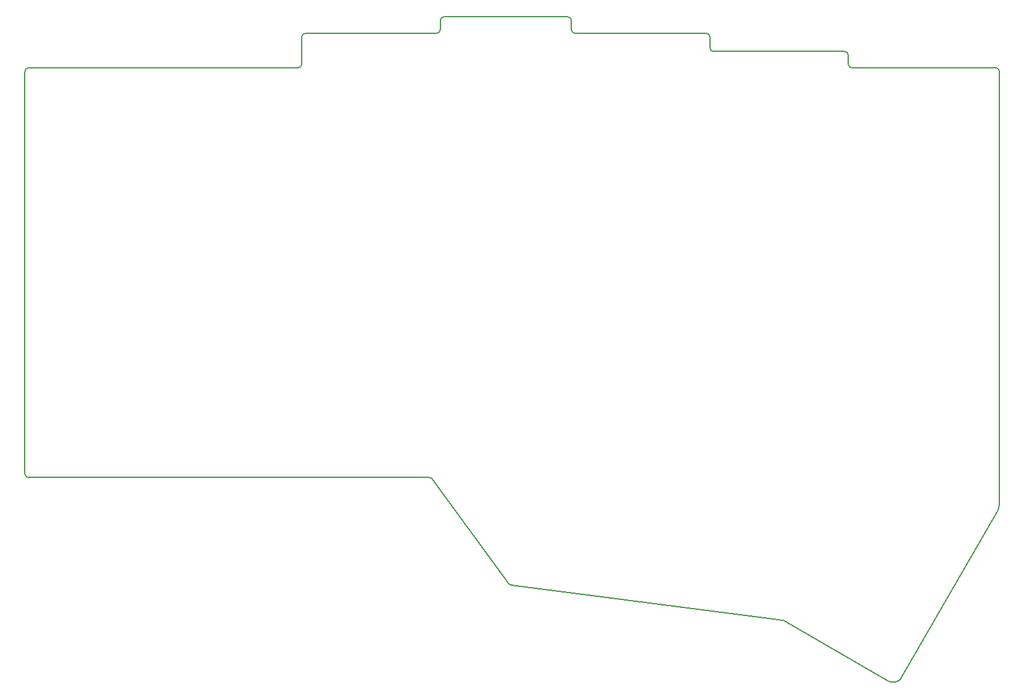
<source format=gbr>
G04 #@! TF.GenerationSoftware,KiCad,Pcbnew,5.1.5+dfsg1-2~bpo10+1*
G04 #@! TF.CreationDate,2020-09-05T13:32:20+00:00*
G04 #@! TF.ProjectId,corne-bottom-plate,636f726e-652d-4626-9f74-746f6d2d706c,2.1*
G04 #@! TF.SameCoordinates,Original*
G04 #@! TF.FileFunction,Profile,NP*
%FSLAX46Y46*%
G04 Gerber Fmt 4.6, Leading zero omitted, Abs format (unit mm)*
G04 Created by KiCad (PCBNEW 5.1.5+dfsg1-2~bpo10+1) date 2020-09-05 13:32:20*
%MOMM*%
%LPD*%
G04 APERTURE LIST*
%ADD10C,0.150000*%
G04 APERTURE END LIST*
D10*
X194750001Y-127975000D02*
G75*
G02X194522764Y-128847696I-1702236J-22697D01*
G01*
X181297263Y-151781464D02*
G75*
G02X179369251Y-152160956I-1153013J770507D01*
G01*
X164420556Y-143770344D02*
G75*
G02X165075000Y-143900000I-333152J-3398096D01*
G01*
X181300000Y-151775000D02*
X194525000Y-128850000D01*
X165075000Y-143900000D02*
X179400000Y-152175000D01*
X127750000Y-139000000D02*
X164450000Y-143775000D01*
X127396447Y-138853553D02*
G75*
G03X127750000Y-139000000I353553J353553D01*
G01*
X116850000Y-124400000D02*
X127400000Y-138850000D01*
X174000000Y-66250000D02*
X174000000Y-67500000D01*
X174000000Y-66250000D02*
G75*
G03X173500000Y-65750000I-500000J0D01*
G01*
X174000000Y-67500000D02*
G75*
G03X174500000Y-68000000I500000J0D01*
G01*
X194250000Y-68000000D02*
X174500000Y-68000000D01*
X116853553Y-124396447D02*
G75*
G03X116500000Y-124250000I-353553J-353553D01*
G01*
X61000000Y-123750000D02*
G75*
G03X61500000Y-124250000I500000J0D01*
G01*
X61500000Y-68000000D02*
G75*
G03X61000000Y-68500000I0J-500000D01*
G01*
X98500000Y-68000000D02*
G75*
G03X99000000Y-67500000I0J500000D01*
G01*
X99500000Y-63250000D02*
G75*
G03X99000000Y-63750000I0J-500000D01*
G01*
X117500000Y-63250000D02*
G75*
G03X118000000Y-62750000I0J500000D01*
G01*
X118500000Y-61000000D02*
G75*
G03X118000000Y-61500000I0J-500000D01*
G01*
X136000000Y-61500000D02*
G75*
G03X135500000Y-61000000I-500000J0D01*
G01*
X136000000Y-62750000D02*
G75*
G03X136500000Y-63250000I500000J0D01*
G01*
X155000000Y-63750000D02*
G75*
G03X154500000Y-63250000I-500000J0D01*
G01*
X155000000Y-65250000D02*
G75*
G03X155500000Y-65750000I500000J0D01*
G01*
X194750000Y-68500000D02*
G75*
G03X194250000Y-68000000I-500000J0D01*
G01*
X194750000Y-68500000D02*
X194750000Y-127975000D01*
X116500000Y-124250000D02*
X61499995Y-124250000D01*
X61000000Y-68500000D02*
X61000000Y-123750000D01*
X98500000Y-68000000D02*
X61474992Y-68000000D01*
X99000000Y-63750000D02*
X99000000Y-67500000D01*
X117500000Y-63250000D02*
X99500000Y-63250000D01*
X118000000Y-61500000D02*
X118000000Y-62750000D01*
X135500000Y-61000000D02*
X118500000Y-61000000D01*
X136000000Y-62750000D02*
X136000000Y-61500000D01*
X154500000Y-63250000D02*
X136500000Y-63250000D01*
X155000000Y-65250000D02*
X155000000Y-63750000D01*
X173500000Y-65750000D02*
X155500000Y-65750000D01*
M02*

</source>
